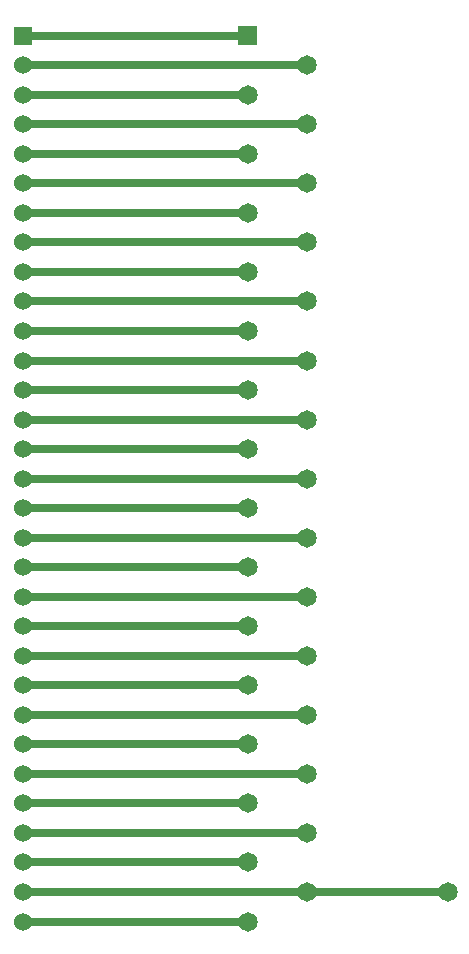
<source format=gbr>
G04 start of page 3 for group 1 idx 1 *
G04 Title: 31_front_pcb.pcb, solder *
G04 Creator: pcb 20100929 *
G04 CreationDate: Sat Sep 29 18:10:19 2012 UTC *
G04 For: bert *
G04 Format: Gerber/RS-274X *
G04 PCB-Dimensions: 196850 393701 *
G04 PCB-Coordinate-Origin: lower left *
%MOIN*%
%FSLAX25Y25*%
%LNBACK*%
%ADD11C,0.0650*%
%ADD12C,0.0200*%
%ADD13C,0.0600*%
%ADD14C,0.0400*%
%ADD15C,0.1260*%
%ADD16C,0.0460*%
%ADD17C,0.0350*%
%ADD18C,0.0250*%
G54D18*X15748Y226378D02*X90551D01*
X15748Y206693D02*X90551D01*
X15748Y167323D02*X90551D01*
X15748Y187008D02*X90551D01*
X15748Y147638D02*X90551D01*
X15748Y127953D02*X90551D01*
X15748Y108268D02*X90551D01*
X15748Y88583D02*X90551D01*
X15748Y255906D02*X110236D01*
X15748Y275591D02*X110236D01*
X15748Y265748D02*X90551D01*
X15748Y344488D02*X90550D01*
X15748Y324803D02*X90552D01*
X15748Y334646D02*X110236D01*
X15748Y314961D02*X110236D01*
X15748Y305118D02*X90552D01*
X15748Y295276D02*X110236D01*
X15748Y285433D02*X90551D01*
X15748Y246063D02*X90551D01*
X15748Y236221D02*X110236D01*
X15748Y216536D02*X110236D01*
X15748Y196851D02*X110236D01*
X15748Y177166D02*X110236D01*
X15748Y157481D02*X110236D01*
X15748Y137795D02*X110236D01*
X15748Y118110D02*X110236D01*
X15748Y98425D02*X110236D01*
X15748Y78740D02*X110236D01*
X15748Y49213D02*X90551D01*
X15748Y59055D02*X157480D01*
X15748Y68898D02*X90551D01*
G54D11*X90552Y265748D03*
X110236Y255906D03*
Y236221D03*
Y216536D03*
X90552Y246063D03*
Y226378D03*
Y206693D03*
Y187008D03*
Y167323D03*
X110236Y314961D03*
X90552Y305118D03*
X110236Y295276D03*
X90552Y285433D03*
G54D12*G36*
X87302Y347738D02*Y341238D01*
X93802D01*
Y347738D01*
X87302D01*
G37*
G54D11*X110236Y334646D03*
X90552Y324803D03*
X110236Y275591D03*
Y196851D03*
Y177166D03*
Y157481D03*
X90552Y147638D03*
Y127953D03*
Y108268D03*
Y88583D03*
X110236Y137796D03*
Y118111D03*
Y98426D03*
Y78741D03*
X90552Y68898D03*
Y49213D03*
X157480Y59055D03*
X110236Y59056D03*
G54D12*G36*
X12748Y347488D02*Y341488D01*
X18748D01*
Y347488D01*
X12748D01*
G37*
G54D13*X15748Y334646D03*
Y324803D03*
Y314961D03*
Y305118D03*
Y295276D03*
Y285433D03*
Y275591D03*
Y265748D03*
Y255906D03*
Y246063D03*
Y236221D03*
Y226378D03*
Y216536D03*
Y206693D03*
Y196851D03*
Y187008D03*
Y177166D03*
Y167323D03*
Y157481D03*
Y147638D03*
Y137795D03*
Y127953D03*
Y118110D03*
Y108268D03*
Y98425D03*
Y88583D03*
Y78740D03*
Y68898D03*
Y59055D03*
Y49213D03*
G54D14*G54D15*G54D14*G54D16*G54D14*G54D15*G54D17*M02*

</source>
